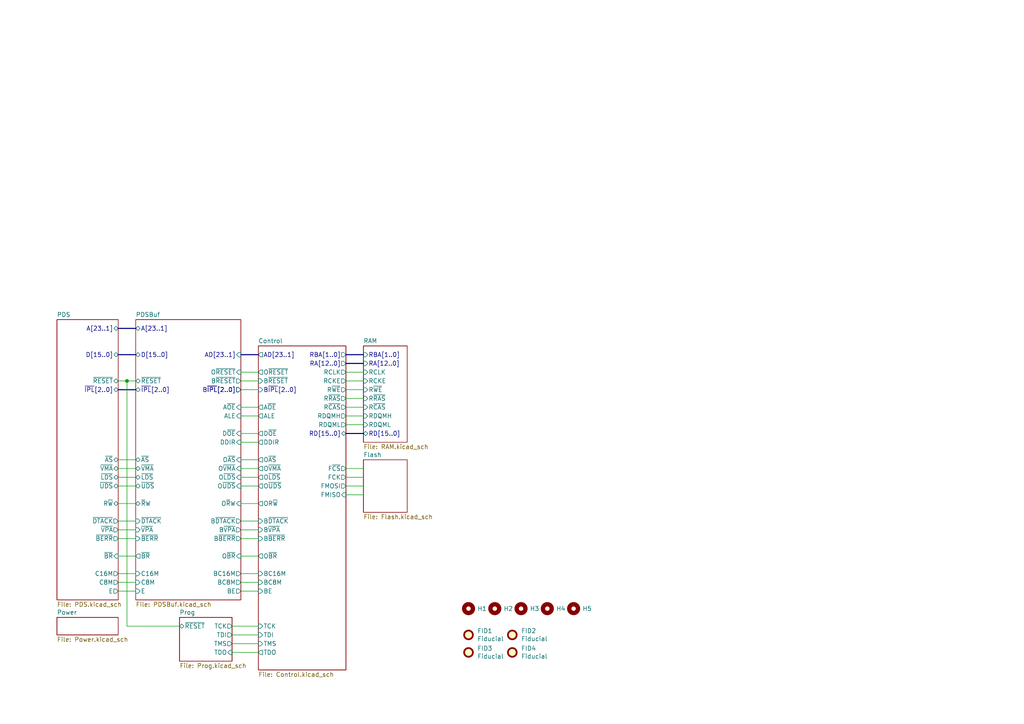
<source format=kicad_sch>
(kicad_sch (version 20230121) (generator eeschema)
  (paper "A4")
  (lib_symbols
    (symbol "Mechanical:Fiducial"
      (property "Reference" "FID" (at 0 5.08 0))
      (property "Value" "Fiducial" (at 0 3.175 0))
      (symbol "Fiducial_0_1"
        (circle (center 0 0) (radius 1.27) (stroke (width 0.508)) (fill (type background)))
      )
    )
    (symbol "Mechanical:MountingHole" (pin_names (offset 1.016))
      (property "Reference" "H" (at 0 5.08 0))
      (property "Value" "MountingHole" (at 0 3.175 0))
      (symbol "MountingHole_0_1"
        (circle (center 0 0) (radius 1.27) (stroke (width 1.27)))
      )
    )
  )
  (junction (at 36.83 110.49))
  (wire (pts (xy 69.85 110.49) (xy 74.93 110.49)))
  (wire (pts (xy 69.85 128.27) (xy 74.93 128.27)))
  (wire (pts (xy 69.85 120.65) (xy 74.93 120.65)))
  (wire (pts (xy 69.85 135.89) (xy 74.93 135.89)))
  (wire (pts (xy 34.29 135.89) (xy 39.37 135.89)))
  (bus (pts (xy 34.29 113.03) (xy 39.37 113.03)))
  (wire (pts (xy 36.83 110.49) (xy 39.37 110.49)))
  (wire (pts (xy 69.85 161.29) (xy 74.93 161.29)))
  (wire (pts (xy 34.29 140.97) (xy 39.37 140.97)))
  (wire (pts (xy 105.41 107.95) (xy 100.33 107.95)))
  (wire (pts (xy 100.33 143.51) (xy 105.41 143.51)))
  (wire (pts (xy 36.83 181.61) (xy 52.07 181.61)))
  (wire (pts (xy 69.85 153.67) (xy 74.93 153.67)))
  (wire (pts (xy 36.83 110.49) (xy 36.83 181.61)))
  (wire (pts (xy 69.85 171.45) (xy 74.93 171.45)))
  (wire (pts (xy 69.85 107.95) (xy 74.93 107.95)))
  (wire (pts (xy 69.85 113.03) (xy 74.93 113.03)))
  (wire (pts (xy 67.31 186.69) (xy 74.93 186.69)))
  (wire (pts (xy 67.31 181.61) (xy 74.93 181.61)))
  (wire (pts (xy 34.29 151.13) (xy 39.37 151.13)))
  (bus (pts (xy 100.33 125.73) (xy 105.41 125.73)))
  (wire (pts (xy 34.29 153.67) (xy 39.37 153.67)))
  (bus (pts (xy 69.85 102.87) (xy 74.93 102.87)))
  (wire (pts (xy 105.41 110.49) (xy 100.33 110.49)))
  (wire (pts (xy 69.85 125.73) (xy 74.93 125.73)))
  (wire (pts (xy 34.29 138.43) (xy 39.37 138.43)))
  (wire (pts (xy 34.29 133.35) (xy 39.37 133.35)))
  (wire (pts (xy 69.85 151.13) (xy 74.93 151.13)))
  (wire (pts (xy 34.29 161.29) (xy 39.37 161.29)))
  (wire (pts (xy 34.29 171.45) (xy 39.37 171.45)))
  (wire (pts (xy 100.33 115.57) (xy 105.41 115.57)))
  (bus (pts (xy 34.29 102.87) (xy 39.37 102.87)))
  (wire (pts (xy 69.85 140.97) (xy 74.93 140.97)))
  (wire (pts (xy 69.85 146.05) (xy 74.93 146.05)))
  (wire (pts (xy 69.85 168.91) (xy 74.93 168.91)))
  (wire (pts (xy 100.33 135.89) (xy 105.41 135.89)))
  (wire (pts (xy 34.29 166.37) (xy 39.37 166.37)))
  (wire (pts (xy 69.85 156.21) (xy 74.93 156.21)))
  (wire (pts (xy 34.29 168.91) (xy 39.37 168.91)))
  (wire (pts (xy 69.85 166.37) (xy 74.93 166.37)))
  (wire (pts (xy 100.33 140.97) (xy 105.41 140.97)))
  (bus (pts (xy 34.29 95.25) (xy 39.37 95.25)))
  (wire (pts (xy 69.85 138.43) (xy 74.93 138.43)))
  (wire (pts (xy 34.29 146.05) (xy 39.37 146.05)))
  (bus (pts (xy 100.33 102.87) (xy 105.41 102.87)))
  (wire (pts (xy 100.33 113.03) (xy 105.41 113.03)))
  (wire (pts (xy 100.33 138.43) (xy 105.41 138.43)))
  (wire (pts (xy 105.41 118.11) (xy 100.33 118.11)))
  (bus (pts (xy 100.33 105.41) (xy 105.41 105.41)))
  (wire (pts (xy 67.31 189.23) (xy 74.93 189.23)))
  (wire (pts (xy 69.85 118.11) (xy 74.93 118.11)))
  (wire (pts (xy 69.85 133.35) (xy 74.93 133.35)))
  (wire (pts (xy 67.31 184.15) (xy 74.93 184.15)))
  (wire (pts (xy 34.29 110.49) (xy 36.83 110.49)))
  (wire (pts (xy 100.33 120.65) (xy 105.41 120.65)))
  (wire (pts (xy 34.29 156.21) (xy 39.37 156.21)))
  (wire (pts (xy 100.33 123.19) (xy 105.41 123.19)))
  (symbol (lib_id "Mechanical:MountingHole") (at 166.37 176.53 0) (unit 1)
    (property "Reference" "H5" (at 168.91 176.53 0) (effects (justify left)))
    (property "Value" " " (at 168.91 177.546 0) (effects (justify left)))
    (property "Footprint" "stdpads:PasteHole_1.152mm_NPTH" (effects hide))
  )
  (symbol (lib_id "Mechanical:Fiducial") (at 135.89 184.15 0) (unit 1)
    (property "Reference" "FID1" (at 138.43 182.9816 0) (effects (justify left)))
    (property "Value" "Fiducial" (at 138.43 185.293 0) (effects (justify left)))
    (property "Footprint" "stdpads:Fiducial" (effects hide))
  )
  (symbol (lib_id "Mechanical:Fiducial") (at 148.59 184.15 0) (unit 1)
    (property "Reference" "FID2" (at 151.13 182.9816 0) (effects (justify left)))
    (property "Value" "Fiducial" (at 151.13 185.293 0) (effects (justify left)))
    (property "Footprint" "stdpads:Fiducial" (effects hide))
  )
  (symbol (lib_id "Mechanical:Fiducial") (at 135.89 189.23 0) (unit 1)
    (property "Reference" "FID3" (at 138.43 188.0616 0) (effects (justify left)))
    (property "Value" "Fiducial" (at 138.43 190.373 0) (effects (justify left)))
    (property "Footprint" "stdpads:Fiducial" (effects hide))
  )
  (symbol (lib_id "Mechanical:Fiducial") (at 148.59 189.23 0) (unit 1)
    (property "Reference" "FID4" (at 151.13 188.0616 0) (effects (justify left)))
    (property "Value" "Fiducial" (at 151.13 190.373 0) (effects (justify left)))
    (property "Footprint" "stdpads:Fiducial" (effects hide))
  )
  (symbol (lib_id "Mechanical:MountingHole") (at 135.89 176.53 0) (unit 1)
    (property "Reference" "H1" (at 138.43 176.53 0) (effects (justify left)))
    (property "Value" " " (at 138.43 177.546 0) (effects (justify left)))
    (property "Footprint" "stdpads:PasteHole_1.152mm_NPTH" (effects hide))
  )
  (symbol (lib_id "Mechanical:MountingHole") (at 143.51 176.53 0) (unit 1)
    (property "Reference" "H2" (at 146.05 176.53 0) (effects (justify left)))
    (property "Value" " " (at 146.05 177.546 0) (effects (justify left)))
    (property "Footprint" "stdpads:PasteHole_1.152mm_NPTH" (effects hide))
  )
  (symbol (lib_id "Mechanical:MountingHole") (at 151.13 176.53 0) (unit 1)
    (property "Reference" "H3" (at 153.67 176.53 0) (effects (justify left)))
    (property "Value" " " (at 153.67 177.546 0) (effects (justify left)))
    (property "Footprint" "stdpads:PasteHole_1.152mm_NPTH" (effects hide))
  )
  (symbol (lib_id "Mechanical:MountingHole") (at 158.75 176.53 0) (unit 1)
    (property "Reference" "H4" (at 161.29 176.53 0) (effects (justify left)))
    (property "Value" " " (at 161.29 177.546 0) (effects (justify left)))
    (property "Footprint" "stdpads:PasteHole_1.152mm_NPTH" (effects hide))
  )
  (sheet (at 16.51 92.71) (size 17.78 81.28)
    (property "Sheetname" "PDS" (at 16.51 91.9984 0) (effects (justify left bottom)))
    (property "Sheetfile" "PDS.kicad_sch" (at 16.51 174.5746 0) (effects (justify left top)))
    (pin "A[23..1]" bidirectional (at 34.29 95.25 0))
    (pin "D[15..0]" bidirectional (at 34.29 102.87 0))
    (pin "~{AS}" bidirectional (at 34.29 133.35 0))
    (pin "~{LDS}" bidirectional (at 34.29 138.43 0))
    (pin "~{UDS}" bidirectional (at 34.29 140.97 0))
    (pin "R~{W}" bidirectional (at 34.29 146.05 0))
    (pin "~{VMA}" bidirectional (at 34.29 135.89 0))
    (pin "~{VPA}" output (at 34.29 153.67 0))
    (pin "~{DTACK}" output (at 34.29 151.13 0))
    (pin "~{RESET}" bidirectional (at 34.29 110.49 0))
    (pin "~{BERR}" output (at 34.29 156.21 0))
    (pin "E" output (at 34.29 171.45 0))
    (pin "C8M" output (at 34.29 168.91 0))
    (pin "C16M" output (at 34.29 166.37 0))
    (pin "~{BR}" input (at 34.29 161.29 0))
    (pin "~{IPL}[2..0]" bidirectional (at 34.29 113.03 0))
  )
  (sheet (at 74.93 100.33) (size 25.4 93.98)
    (property "Sheetname" "Control" (at 74.93 99.6184 0) (effects (justify left bottom)))
    (property "Sheetfile" "Control.kicad_sch" (at 74.93 194.8946 0) (effects (justify left top)))
    (pin "RA[12..0]" output (at 100.33 105.41 0))
    (pin "B~{IPL}[2..0]" input (at 74.93 113.03 180))
    (pin "A~{OE}" output (at 74.93 118.11 180))
    (pin "ALE" output (at 74.93 120.65 180))
    (pin "DDIR" output (at 74.93 128.27 180))
    (pin "D~{OE}" output (at 74.93 125.73 180))
    (pin "TCK" input (at 74.93 181.61 180))
    (pin "TMS" input (at 74.93 186.69 180))
    (pin "TDO" output (at 74.93 189.23 180))
    (pin "TDI" input (at 74.93 184.15 180))
    (pin "O~{BR}" output (at 74.93 161.29 180))
    (pin "B~{BERR}" input (at 74.93 156.21 180))
    (pin "B~{DTACK}" input (at 74.93 151.13 180))
    (pin "O~{LDS}" output (at 74.93 138.43 180))
    (pin "BC8M" input (at 74.93 168.91 180))
    (pin "BE" input (at 74.93 171.45 180))
    (pin "O~{AS}" output (at 74.93 133.35 180))
    (pin "O~{UDS}" output (at 74.93 140.97 180))
    (pin "B~{VPA}" input (at 74.93 153.67 180))
    (pin "O~{VMA}" output (at 74.93 135.89 180))
    (pin "BC16M" input (at 74.93 166.37 180))
    (pin "OR~{W}" output (at 74.93 146.05 180))
    (pin "RCKE" output (at 100.33 110.49 0))
    (pin "RCLK" output (at 100.33 107.95 0))
    (pin "RDQML" output (at 100.33 123.19 0))
    (pin "R~{CAS}" output (at 100.33 118.11 0))
    (pin "R~{WE}" output (at 100.33 113.03 0))
    (pin "RDQMH" output (at 100.33 120.65 0))
    (pin "R~{RAS}" output (at 100.33 115.57 0))
    (pin "B~{RESET}" input (at 74.93 110.49 180))
    (pin "RD[15..0]" bidirectional (at 100.33 125.73 0))
    (pin "RBA[1..0]" output (at 100.33 102.87 0))
    (pin "FMOSI" output (at 100.33 140.97 0))
    (pin "FCK" output (at 100.33 138.43 0))
    (pin "F~{CS}" output (at 100.33 135.89 0))
    (pin "FMISO" input (at 100.33 143.51 0))
    (pin "O~{RESET}" output (at 74.93 107.95 180))
    (pin "AD[23..1]" output (at 74.93 102.87 180))
  )
  (sheet (at 105.41 100.33) (size 12.7 27.94)
    (property "Sheetname" "RAM" (at 105.41 99.6184 0) (effects (justify left bottom)))
    (property "Sheetfile" "RAM.kicad_sch" (at 105.41 128.8546 0) (effects (justify left top)))
    (pin "R~{RAS}" input (at 105.41 115.57 180))
    (pin "RD[15..0]" bidirectional (at 105.41 125.73 180))
    (pin "R~{CAS}" input (at 105.41 118.11 180))
    (pin "R~{WE}" input (at 105.41 113.03 180))
    (pin "RCKE" input (at 105.41 110.49 180))
    (pin "RCLK" input (at 105.41 107.95 180))
    (pin "RA[12..0]" input (at 105.41 105.41 180))
    (pin "RDQMH" input (at 105.41 120.65 180))
    (pin "RDQML" input (at 105.41 123.19 180))
    (pin "RBA[1..0]" input (at 105.41 102.87 180))
  )
  (sheet (at 39.37 92.71) (size 30.48 81.28)
    (property "Sheetname" "PDSBuf" (at 39.37 91.9984 0) (effects (justify left bottom)))
    (property "Sheetfile" "PDSBuf.kicad_sch" (at 39.37 174.5746 0) (effects (justify left top)))
    (pin "A[23..1]" bidirectional (at 39.37 95.25 180))
    (pin "D[15..0]" bidirectional (at 39.37 102.87 180))
    (pin "A~{OE}" input (at 69.85 118.11 0))
    (pin "~{R}W" tri_state (at 39.37 146.05 180))
    (pin "~{BR}" output (at 39.37 161.29 180))
    (pin "~{VMA}" tri_state (at 39.37 135.89 180))
    (pin "~{DTACK}" input (at 39.37 151.13 180))
    (pin "~{BERR}" input (at 39.37 156.21 180))
    (pin "~{VPA}" input (at 39.37 153.67 180))
    (pin "~{AS}" tri_state (at 39.37 133.35 180))
    (pin "~{LDS}" tri_state (at 39.37 138.43 180))
    (pin "~{UDS}" tri_state (at 39.37 140.97 180))
    (pin "C8M" input (at 39.37 168.91 180))
    (pin "E" input (at 39.37 171.45 180))
    (pin "C16M" input (at 39.37 166.37 180))
    (pin "~{IPL}[2..0]" bidirectional (at 39.37 113.03 180))
    (pin "DDIR" input (at 69.85 128.27 0))
    (pin "D~{OE}" input (at 69.85 125.73 0))
    (pin "~{IPL}[2..0]" output (at 69.85 113.03 0))
    (pin "O~{UDS}" input (at 69.85 140.97 0))
    (pin "O~{LDS}" input (at 69.85 138.43 0))
    (pin "O~{AS}" input (at 69.85 133.35 0))
    (pin "O~{VMA}" input (at 69.85 135.89 0))
    (pin "B~{RESET}" output (at 69.85 110.49 0))
    (pin "B~{DTACK}" output (at 69.85 151.13 0))
    (pin "B~{VPA}" output (at 69.85 153.67 0))
    (pin "O~{BR}" input (at 69.85 161.29 0))
    (pin "B~{BERR}" output (at 69.85 156.21 0))
    (pin "ALE" input (at 69.85 120.65 0))
    (pin "O~{R}W" input (at 69.85 146.05 0))
    (pin "B~{IPL}[2..0]" output (at 69.85 113.03 0))
    (pin "BC8M" output (at 69.85 168.91 0))
    (pin "BC16M" output (at 69.85 166.37 0))
    (pin "BE" output (at 69.85 171.45 0))
    (pin "~{RESET}" bidirectional (at 39.37 110.49 180))
    (pin "O~{RESET}" input (at 69.85 107.95 0))
    (pin "AD[23..1]" input (at 69.85 102.87 0))
  )
  (sheet (at 52.07 179.07) (size 15.24 12.7)
    (property "Sheetname" "Prog" (at 52.07 178.3584 0) (effects (justify left bottom)))
    (property "Sheetfile" "Prog.kicad_sch" (at 52.07 192.3546 0) (effects (justify left top)))
    (pin "TCK" output (at 67.31 181.61 0))
    (pin "TDI" output (at 67.31 184.15 0))
    (pin "TMS" output (at 67.31 186.69 0))
    (pin "TDO" input (at 67.31 189.23 0))
    (pin "~{RESET}" tri_state (at 52.07 181.61 180))
  )
  (sheet (at 16.51 179.07) (size 17.78 5.08)
    (property "Sheetname" "Power" (at 16.51 178.3584 0) (effects (justify left bottom)))
    (property "Sheetfile" "Power.kicad_sch" (at 16.51 184.7346 0) (effects (justify left top)))
  )
  (sheet (at 105.41 133.35) (size 12.7 15.24) (stroke (width 0.1524))
    (property "Sheetname" "Flash" (at 105.41 132.6384 0) (effects (justify left bottom)))
    (property "Sheetfile" "Flash.kicad_sch" (at 105.41 149.1746 0) (effects (justify left top)))
  )
)
</source>
